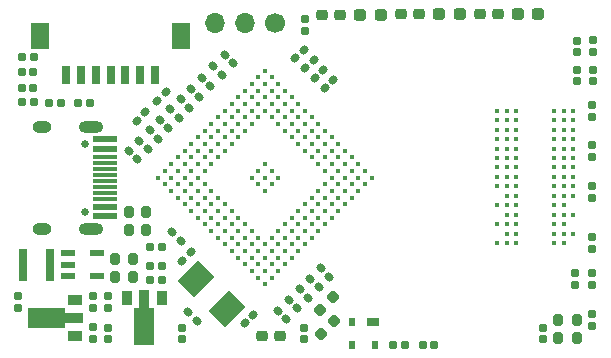
<source format=gbr>
%TF.GenerationSoftware,KiCad,Pcbnew,7.0.5-0*%
%TF.CreationDate,2023-07-21T17:37:06+08:00*%
%TF.ProjectId,slimarm_carambola,736c696d-6172-46d5-9f63-6172616d626f,rev?*%
%TF.SameCoordinates,Original*%
%TF.FileFunction,Soldermask,Top*%
%TF.FilePolarity,Negative*%
%FSLAX46Y46*%
G04 Gerber Fmt 4.6, Leading zero omitted, Abs format (unit mm)*
G04 Created by KiCad (PCBNEW 7.0.5-0) date 2023-07-21 17:37:06*
%MOMM*%
%LPD*%
G01*
G04 APERTURE LIST*
G04 Aperture macros list*
%AMRoundRect*
0 Rectangle with rounded corners*
0 $1 Rounding radius*
0 $2 $3 $4 $5 $6 $7 $8 $9 X,Y pos of 4 corners*
0 Add a 4 corners polygon primitive as box body*
4,1,4,$2,$3,$4,$5,$6,$7,$8,$9,$2,$3,0*
0 Add four circle primitives for the rounded corners*
1,1,$1+$1,$2,$3*
1,1,$1+$1,$4,$5*
1,1,$1+$1,$6,$7*
1,1,$1+$1,$8,$9*
0 Add four rect primitives between the rounded corners*
20,1,$1+$1,$2,$3,$4,$5,0*
20,1,$1+$1,$4,$5,$6,$7,0*
20,1,$1+$1,$6,$7,$8,$9,0*
20,1,$1+$1,$8,$9,$2,$3,0*%
%AMRotRect*
0 Rectangle, with rotation*
0 The origin of the aperture is its center*
0 $1 length*
0 $2 width*
0 $3 Rotation angle, in degrees counterclockwise*
0 Add horizontal line*
21,1,$1,$2,0,0,$3*%
%AMFreePoly0*
4,1,9,3.862500,-0.866500,0.737500,-0.866500,0.737500,-0.450000,-0.737500,-0.450000,-0.737500,0.450000,0.737500,0.450000,0.737500,0.866500,3.862500,0.866500,3.862500,-0.866500,3.862500,-0.866500,$1*%
G04 Aperture macros list end*
%ADD10RoundRect,0.150000X0.150000X-0.225000X0.150000X0.225000X-0.150000X0.225000X-0.150000X-0.225000X0*%
%ADD11RoundRect,0.150000X-0.150000X0.225000X-0.150000X-0.225000X0.150000X-0.225000X0.150000X0.225000X0*%
%ADD12R,0.600000X0.700000*%
%ADD13R,1.000000X0.700000*%
%ADD14RoundRect,0.150000X0.225000X0.150000X-0.225000X0.150000X-0.225000X-0.150000X0.225000X-0.150000X0*%
%ADD15RoundRect,0.150000X-0.053033X-0.265165X0.265165X0.053033X0.053033X0.265165X-0.265165X-0.053033X0*%
%ADD16R,1.200000X0.600000*%
%ADD17RoundRect,0.150000X0.265165X-0.053033X-0.053033X0.265165X-0.265165X0.053033X0.053033X-0.265165X0*%
%ADD18RoundRect,0.212500X0.262500X0.212500X-0.262500X0.212500X-0.262500X-0.212500X0.262500X-0.212500X0*%
%ADD19RotRect,2.000000X2.400000X135.000000*%
%ADD20RoundRect,0.212500X-0.212500X0.262500X-0.212500X-0.262500X0.212500X-0.262500X0.212500X0.262500X0*%
%ADD21R,0.800000X2.700000*%
%ADD22RoundRect,0.212500X0.035355X0.335876X-0.335876X-0.035355X-0.035355X-0.335876X0.335876X0.035355X0*%
%ADD23RoundRect,0.150000X-0.265165X0.053033X0.053033X-0.265165X0.265165X-0.053033X-0.053033X0.265165X0*%
%ADD24RoundRect,0.150000X-0.225000X-0.150000X0.225000X-0.150000X0.225000X0.150000X-0.225000X0.150000X0*%
%ADD25RoundRect,0.237500X0.287500X0.237500X-0.287500X0.237500X-0.287500X-0.237500X0.287500X-0.237500X0*%
%ADD26C,1.700000*%
%ADD27O,1.700000X1.700000*%
%ADD28RoundRect,0.212500X0.212500X-0.262500X0.212500X0.262500X-0.212500X0.262500X-0.212500X-0.262500X0*%
%ADD29RoundRect,0.150000X0.053033X0.265165X-0.265165X-0.053033X-0.053033X-0.265165X0.265165X0.053033X0*%
%ADD30C,0.650000*%
%ADD31R,2.000000X0.600000*%
%ADD32R,2.000000X0.300000*%
%ADD33O,2.100000X1.000000*%
%ADD34O,1.600000X1.000000*%
%ADD35R,0.900000X1.300000*%
%ADD36FreePoly0,270.000000*%
%ADD37R,0.711200X1.600000*%
%ADD38R,1.600200X2.209800*%
%ADD39C,0.410000*%
%ADD40R,1.300000X0.900000*%
%ADD41FreePoly0,180.000000*%
G04 APERTURE END LIST*
D10*
%TO.C,C41*%
X62870000Y-36360000D03*
X62870000Y-35360000D03*
%TD*%
D11*
%TO.C,C39*%
X63030000Y-15700000D03*
X63030000Y-16700000D03*
%TD*%
%TO.C,C36*%
X64330000Y-15680000D03*
X64330000Y-16680000D03*
%TD*%
D12*
%TO.C,U4*%
X45900000Y-41500000D03*
X44000000Y-41500000D03*
X44000000Y-39500000D03*
D13*
X45700000Y-39500000D03*
%TD*%
D14*
%TO.C,R28*%
X48440000Y-41460000D03*
X47440000Y-41460000D03*
%TD*%
%TO.C,R11*%
X49930000Y-41470000D03*
X50930000Y-41470000D03*
%TD*%
D15*
%TO.C,C31*%
X34876447Y-39613553D03*
X35583553Y-38906447D03*
%TD*%
D11*
%TO.C,C23*%
X63030000Y-18160000D03*
X63030000Y-19160000D03*
%TD*%
D16*
%TO.C,U3*%
X19879050Y-33709999D03*
X19879050Y-34660000D03*
X19879050Y-35610001D03*
X22380950Y-35610001D03*
X22380950Y-33709999D03*
%TD*%
D17*
%TO.C,C28*%
X25763553Y-25743553D03*
X25056447Y-25036447D03*
%TD*%
D11*
%TO.C,C29*%
X23290000Y-37300000D03*
X23290000Y-38300000D03*
%TD*%
D17*
%TO.C,C6*%
X30823553Y-39413553D03*
X30116447Y-38706447D03*
%TD*%
%TO.C,C12*%
X39323553Y-38343553D03*
X38616447Y-37636447D03*
%TD*%
D18*
%TO.C,R21*%
X49669500Y-13460000D03*
X48145500Y-13460000D03*
%TD*%
D19*
%TO.C,Y1*%
X33378148Y-38458148D03*
X30761852Y-35841852D03*
%TD*%
D18*
%TO.C,R20*%
X56332000Y-13460000D03*
X54808000Y-13460000D03*
%TD*%
%TO.C,R3*%
X37892000Y-40700000D03*
X36368000Y-40700000D03*
%TD*%
D17*
%TO.C,C13*%
X41133553Y-36563553D03*
X40426447Y-35856447D03*
%TD*%
D20*
%TO.C,R15*%
X61440000Y-39318000D03*
X61440000Y-40842000D03*
%TD*%
D21*
%TO.C,L1*%
X18430000Y-34680000D03*
X16130000Y-34680000D03*
%TD*%
D11*
%TO.C,R10*%
X39880000Y-40000000D03*
X39880000Y-41000000D03*
%TD*%
D22*
%TO.C,R26*%
X42448815Y-39461185D03*
X41371185Y-40538815D03*
%TD*%
D11*
%TO.C,C17*%
X60100000Y-40000000D03*
X60100000Y-41000000D03*
%TD*%
D14*
%TO.C,C27*%
X27880000Y-33180000D03*
X26880000Y-33180000D03*
%TD*%
D23*
%TO.C,C2*%
X33186447Y-16886447D03*
X33893553Y-17593553D03*
%TD*%
D17*
%TO.C,C15*%
X40223553Y-37453553D03*
X39516447Y-36746447D03*
%TD*%
D24*
%TO.C,R23*%
X15984999Y-18361893D03*
X16984999Y-18361893D03*
%TD*%
D10*
%TO.C,C33*%
X22060000Y-38330000D03*
X22060000Y-37330000D03*
%TD*%
D24*
%TO.C,R24*%
X15994999Y-17121893D03*
X16994999Y-17121893D03*
%TD*%
D14*
%TO.C,R2*%
X19300000Y-21000000D03*
X18300000Y-21000000D03*
%TD*%
D25*
%TO.C,D3*%
X46415000Y-13520000D03*
X44665000Y-13520000D03*
%TD*%
D10*
%TO.C,R9*%
X39980000Y-14910000D03*
X39980000Y-13910000D03*
%TD*%
D15*
%TO.C,R19*%
X27486447Y-20793553D03*
X28193553Y-20086447D03*
%TD*%
D26*
%TO.C,J5*%
X37480000Y-14180000D03*
D27*
X34940000Y-14180000D03*
X32400000Y-14180000D03*
%TD*%
D28*
%TO.C,R7*%
X26540000Y-31762000D03*
X26540000Y-30238000D03*
%TD*%
D23*
%TO.C,C3*%
X30326447Y-19796447D03*
X31033553Y-20503553D03*
%TD*%
D11*
%TO.C,C38*%
X15690000Y-37350000D03*
X15690000Y-38350000D03*
%TD*%
D23*
%TO.C,C5*%
X32216447Y-17876447D03*
X32923553Y-18583553D03*
%TD*%
D29*
%TO.C,R16*%
X26443553Y-21786447D03*
X25736447Y-22493553D03*
%TD*%
D10*
%TO.C,C22*%
X64270000Y-33320000D03*
X64270000Y-32320000D03*
%TD*%
D28*
%TO.C,R6*%
X25400000Y-35752000D03*
X25400000Y-34228000D03*
%TD*%
D24*
%TO.C,R13*%
X15994999Y-20931893D03*
X16994999Y-20931893D03*
%TD*%
D30*
%TO.C,J1*%
X21331000Y-24430000D03*
X21331000Y-30210000D03*
D31*
X23031000Y-24070000D03*
X23031000Y-24870000D03*
D32*
X23031000Y-26070000D03*
X23031000Y-27070000D03*
X23031000Y-27570000D03*
X23031000Y-28570000D03*
D31*
X23031000Y-29770000D03*
X23031000Y-30570000D03*
X23031000Y-30570000D03*
X23031000Y-29770000D03*
D32*
X23031000Y-29070000D03*
X23031000Y-28070000D03*
X23031000Y-26570000D03*
X23031000Y-25570000D03*
D31*
X23031000Y-24870000D03*
X23031000Y-24070000D03*
D33*
X21861000Y-23000000D03*
D34*
X17681000Y-23000000D03*
D33*
X21861000Y-31640000D03*
D34*
X17681000Y-31640000D03*
%TD*%
D10*
%TO.C,C30*%
X22060000Y-40980000D03*
X22060000Y-39980000D03*
%TD*%
D11*
%TO.C,C19*%
X64310000Y-21140000D03*
X64310000Y-22140000D03*
%TD*%
D25*
%TO.C,D1*%
X59732500Y-13460000D03*
X57982500Y-13460000D03*
%TD*%
D23*
%TO.C,C1*%
X31256447Y-18846447D03*
X31963553Y-19553553D03*
%TD*%
D28*
%TO.C,R4*%
X23879050Y-35752001D03*
X23879050Y-34228001D03*
%TD*%
D10*
%TO.C,C21*%
X64270000Y-29050000D03*
X64270000Y-28050000D03*
%TD*%
D24*
%TO.C,R1*%
X20790000Y-20990000D03*
X21790000Y-20990000D03*
%TD*%
D29*
%TO.C,C9*%
X42343553Y-18996447D03*
X41636447Y-19703553D03*
%TD*%
D35*
%TO.C,U5*%
X27890000Y-37480000D03*
D36*
X26390000Y-37567500D03*
D35*
X24890000Y-37480000D03*
%TD*%
D28*
%TO.C,R14*%
X62970000Y-40842000D03*
X62970000Y-39318000D03*
%TD*%
D17*
%TO.C,R12*%
X30163553Y-21373553D03*
X29456447Y-20666447D03*
%TD*%
D29*
%TO.C,C32*%
X30313553Y-33626447D03*
X29606447Y-34333553D03*
%TD*%
%TO.C,C10*%
X41543553Y-18166447D03*
X40836447Y-18873553D03*
%TD*%
D17*
%TO.C,R25*%
X28403553Y-23113553D03*
X27696447Y-22406447D03*
%TD*%
D10*
%TO.C,C26*%
X64300000Y-39840000D03*
X64300000Y-38840000D03*
%TD*%
D17*
%TO.C,C14*%
X38413553Y-39283553D03*
X37706447Y-38576447D03*
%TD*%
%TO.C,C16*%
X42013553Y-35683553D03*
X41306447Y-34976447D03*
%TD*%
D28*
%TO.C,R5*%
X25070000Y-31752000D03*
X25070000Y-30228000D03*
%TD*%
D37*
%TO.C,J4*%
X19767100Y-18572000D03*
X21017100Y-18572000D03*
X22267100Y-18572000D03*
X23517100Y-18572000D03*
X24767100Y-18572000D03*
X26017100Y-18572000D03*
X27267100Y-18572000D03*
D38*
X29514200Y-15270000D03*
X17520000Y-15270000D03*
%TD*%
D17*
%TO.C,R17*%
X27523553Y-24013553D03*
X26816447Y-23306447D03*
%TD*%
D29*
%TO.C,C7*%
X39883553Y-16496447D03*
X39176447Y-17203553D03*
%TD*%
D10*
%TO.C,C24*%
X64290000Y-36390000D03*
X64290000Y-35390000D03*
%TD*%
D24*
%TO.C,R22*%
X15984999Y-19681893D03*
X16984999Y-19681893D03*
%TD*%
D39*
%TO.C,U2*%
X56269600Y-21639300D03*
X57069700Y-21639300D03*
X57869800Y-21639300D03*
X61070200Y-21639300D03*
X61870300Y-21639300D03*
X62670400Y-21639300D03*
X56269600Y-22439400D03*
X57069700Y-22439400D03*
X57869800Y-22439400D03*
X61070200Y-22439400D03*
X61870300Y-22439400D03*
X62670400Y-22439400D03*
X56269600Y-23239500D03*
X57069700Y-23239500D03*
X57869800Y-23239500D03*
X61070200Y-23239500D03*
X61870300Y-23239500D03*
X62670400Y-23239500D03*
X56269600Y-24039600D03*
X57069700Y-24039600D03*
X57869800Y-24039600D03*
X61070200Y-24039600D03*
X61870300Y-24039600D03*
X62670400Y-24039600D03*
X56269600Y-24839700D03*
X57069700Y-24839700D03*
X57869800Y-24839700D03*
X61070200Y-24839700D03*
X61870300Y-24839700D03*
X62670400Y-24839700D03*
X56269600Y-25639800D03*
X57069700Y-25639800D03*
X57869800Y-25639800D03*
X61070200Y-25639800D03*
X61870300Y-25639800D03*
X62670400Y-25639800D03*
X56269600Y-26439900D03*
X57069700Y-26439900D03*
X57869800Y-26439900D03*
X61070200Y-26439900D03*
X61870300Y-26439900D03*
X62670400Y-26439900D03*
X56269600Y-27240000D03*
X57069700Y-27240000D03*
X57869800Y-27240000D03*
X61070200Y-27240000D03*
X61870300Y-27240000D03*
X62670400Y-27240000D03*
X56269600Y-28040100D03*
X57069700Y-28040100D03*
X57869800Y-28040100D03*
X61070200Y-28040100D03*
X61870300Y-28040100D03*
X62670400Y-28040100D03*
X57069700Y-28840200D03*
X57869800Y-28840200D03*
X61070200Y-28840200D03*
X61870300Y-28840200D03*
X62670400Y-28840200D03*
X56269600Y-29640300D03*
X57069700Y-29640300D03*
X57869800Y-29640300D03*
X61070200Y-29640300D03*
X61870300Y-29640300D03*
X57069700Y-30440400D03*
X57869800Y-30440400D03*
X61070200Y-30440400D03*
X61870300Y-30440400D03*
X62670400Y-30440400D03*
X56269600Y-31240500D03*
X57069700Y-31240500D03*
X57869800Y-31240500D03*
X61070200Y-31240500D03*
X61870300Y-31240500D03*
X57069700Y-32040600D03*
X57869800Y-32040600D03*
X61070200Y-32040600D03*
X61870300Y-32040600D03*
X62670400Y-32040600D03*
X56269600Y-32840700D03*
X57069700Y-32840700D03*
X57869800Y-32840700D03*
X61070200Y-32840700D03*
X61870300Y-32840700D03*
%TD*%
D11*
%TO.C,C20*%
X64310000Y-24520000D03*
X64310000Y-25520000D03*
%TD*%
D10*
%TO.C,C34*%
X23270000Y-40990000D03*
X23270000Y-39990000D03*
%TD*%
D17*
%TO.C,R18*%
X29283553Y-22233553D03*
X28576447Y-21526447D03*
%TD*%
D22*
%TO.C,R27*%
X42358815Y-37431185D03*
X41281185Y-38508815D03*
%TD*%
D25*
%TO.C,D2*%
X53080000Y-13480000D03*
X51330000Y-13480000D03*
%TD*%
D29*
%TO.C,C11*%
X40723553Y-17326447D03*
X40016447Y-18033553D03*
%TD*%
D11*
%TO.C,C25*%
X64340000Y-18160000D03*
X64340000Y-19160000D03*
%TD*%
D39*
%TO.C,U1*%
X36590000Y-18239033D03*
X37155685Y-18804719D03*
X37721371Y-19370404D03*
X38287056Y-19936089D03*
X38852742Y-20501775D03*
X39418427Y-21067460D03*
X39984113Y-21633146D03*
X40549798Y-22198831D03*
X41115483Y-22764517D03*
X41681169Y-23330202D03*
X42246854Y-23895887D03*
X42812540Y-24461573D03*
X43378225Y-25027258D03*
X43943911Y-25592944D03*
X44509596Y-26158629D03*
X45075281Y-26724315D03*
X45640967Y-27290000D03*
X36024315Y-18804719D03*
X36590000Y-19370404D03*
X37155685Y-19936089D03*
X37721371Y-20501775D03*
X38287056Y-21067460D03*
X38852742Y-21633146D03*
X39418427Y-22198831D03*
X39984113Y-22764517D03*
X40549798Y-23330202D03*
X41115483Y-23895887D03*
X41681169Y-24461573D03*
X42246854Y-25027258D03*
X42812540Y-25592944D03*
X43378225Y-26158629D03*
X43943911Y-26724315D03*
X44509596Y-27290000D03*
X45075281Y-27855685D03*
X35458629Y-19370404D03*
X36024315Y-19936089D03*
X36590000Y-20501775D03*
X37155685Y-21067460D03*
X37721371Y-21633146D03*
X38287056Y-22198831D03*
X38852742Y-22764517D03*
X39418427Y-23330202D03*
X39984113Y-23895887D03*
X40549798Y-24461573D03*
X41115483Y-25027258D03*
X41681169Y-25592944D03*
X42246854Y-26158629D03*
X42812540Y-26724315D03*
X43378225Y-27290000D03*
X43943911Y-27855685D03*
X44509596Y-28421371D03*
X34892944Y-19936089D03*
X35458629Y-20501775D03*
X36024315Y-21067460D03*
X36590000Y-21633146D03*
X37155685Y-22198831D03*
X37721371Y-22764517D03*
X38287056Y-23330202D03*
X38852742Y-23895887D03*
X39418427Y-24461573D03*
X39984113Y-25027258D03*
X40549798Y-25592944D03*
X41115483Y-26158629D03*
X41681169Y-26724315D03*
X42246854Y-27290000D03*
X42812540Y-27855685D03*
X43378225Y-28421371D03*
X43943911Y-28987056D03*
X34327258Y-20501775D03*
X34892944Y-21067460D03*
X35458629Y-21633146D03*
X36024315Y-22198831D03*
X41681169Y-27855685D03*
X42246854Y-28421371D03*
X42812540Y-28987056D03*
X43378225Y-29552742D03*
X33761573Y-21067460D03*
X34327258Y-21633146D03*
X34892944Y-22198831D03*
X35458629Y-22764517D03*
X41115483Y-28421371D03*
X41681169Y-28987056D03*
X42246854Y-29552742D03*
X42812540Y-30118427D03*
X33195887Y-21633146D03*
X33761573Y-22198831D03*
X34327258Y-22764517D03*
X34892944Y-23330202D03*
X40549798Y-28987056D03*
X41115483Y-29552742D03*
X41681169Y-30118427D03*
X42246854Y-30684113D03*
X32630202Y-22198831D03*
X33195887Y-22764517D03*
X33761573Y-23330202D03*
X34327258Y-23895887D03*
X36590000Y-26158629D03*
X37155685Y-26724315D03*
X37721371Y-27290000D03*
X39984113Y-29552742D03*
X40549798Y-30118427D03*
X41115483Y-30684113D03*
X41681169Y-31249798D03*
X32064517Y-22764517D03*
X32630202Y-23330202D03*
X33195887Y-23895887D03*
X33761573Y-24461573D03*
X36024315Y-26724315D03*
X36590000Y-27290000D03*
X37155685Y-27855685D03*
X39418427Y-30118427D03*
X39984113Y-30684113D03*
X40549798Y-31249798D03*
X41115483Y-31815483D03*
X31498831Y-23330202D03*
X32064517Y-23895887D03*
X32630202Y-24461573D03*
X33195887Y-25027258D03*
X35458629Y-27290000D03*
X36024315Y-27855685D03*
X36590000Y-28421371D03*
X38852742Y-30684113D03*
X39418427Y-31249798D03*
X39984113Y-31815483D03*
X40549798Y-32381169D03*
X30933146Y-23895887D03*
X31498831Y-24461573D03*
X32064517Y-25027258D03*
X32630202Y-25592944D03*
X38287056Y-31249798D03*
X38852742Y-31815483D03*
X39418427Y-32381169D03*
X39984113Y-32946854D03*
X30367460Y-24461573D03*
X30933146Y-25027258D03*
X31498831Y-25592944D03*
X32064517Y-26158629D03*
X37721371Y-31815483D03*
X38287056Y-32381169D03*
X38852742Y-32946854D03*
X39418427Y-33512540D03*
X29801775Y-25027258D03*
X30367460Y-25592944D03*
X30933146Y-26158629D03*
X31498831Y-26724315D03*
X37155685Y-32381169D03*
X37721371Y-32946854D03*
X38287056Y-33512540D03*
X38852742Y-34078225D03*
X29236089Y-25592944D03*
X29801775Y-26158629D03*
X30367460Y-26724315D03*
X30933146Y-27290000D03*
X31498831Y-27855685D03*
X32064517Y-28421371D03*
X32630202Y-28987056D03*
X33195887Y-29552742D03*
X33761573Y-30118427D03*
X34327258Y-30684113D03*
X34892944Y-31249798D03*
X35458629Y-31815483D03*
X36024315Y-32381169D03*
X36590000Y-32946854D03*
X37155685Y-33512540D03*
X37721371Y-34078225D03*
X38287056Y-34643911D03*
X28670404Y-26158629D03*
X29236089Y-26724315D03*
X29801775Y-27290000D03*
X30367460Y-27855685D03*
X30933146Y-28421371D03*
X31498831Y-28987056D03*
X32064517Y-29552742D03*
X32630202Y-30118427D03*
X33195887Y-30684113D03*
X33761573Y-31249798D03*
X34327258Y-31815483D03*
X34892944Y-32381169D03*
X35458629Y-32946854D03*
X36024315Y-33512540D03*
X36590000Y-34078225D03*
X37155685Y-34643911D03*
X37721371Y-35209596D03*
X28104719Y-26724315D03*
X28670404Y-27290000D03*
X29236089Y-27855685D03*
X29801775Y-28421371D03*
X30367460Y-28987056D03*
X30933146Y-29552742D03*
X31498831Y-30118427D03*
X32064517Y-30684113D03*
X32630202Y-31249798D03*
X33195887Y-31815483D03*
X33761573Y-32381169D03*
X34327258Y-32946854D03*
X34892944Y-33512540D03*
X35458629Y-34078225D03*
X36024315Y-34643911D03*
X36590000Y-35209596D03*
X37155685Y-35775281D03*
X27539033Y-27290000D03*
X28104719Y-27855685D03*
X28670404Y-28421371D03*
X29236089Y-28987056D03*
X29801775Y-29552742D03*
X30367460Y-30118427D03*
X30933146Y-30684113D03*
X31498831Y-31249798D03*
X32064517Y-31815483D03*
X32630202Y-32381169D03*
X33195887Y-32946854D03*
X33761573Y-33512540D03*
X34327258Y-34078225D03*
X34892944Y-34643911D03*
X35458629Y-35209596D03*
X36024315Y-35775281D03*
X36590000Y-36340967D03*
%TD*%
D40*
%TO.C,U7*%
X20510000Y-40690000D03*
D41*
X20422500Y-39190000D03*
D40*
X20510000Y-37690000D03*
%TD*%
D17*
%TO.C,C8*%
X26663553Y-24873553D03*
X25956447Y-24166447D03*
%TD*%
D24*
%TO.C,C18*%
X26850000Y-34800000D03*
X27850000Y-34800000D03*
%TD*%
D10*
%TO.C,C37*%
X29560000Y-41000000D03*
X29560000Y-40000000D03*
%TD*%
D23*
%TO.C,C4*%
X28737154Y-31925740D03*
X29444260Y-32632846D03*
%TD*%
D18*
%TO.C,R8*%
X42964500Y-13500000D03*
X41440500Y-13500000D03*
%TD*%
D14*
%TO.C,C35*%
X27860000Y-35980000D03*
X26860000Y-35980000D03*
%TD*%
M02*

</source>
